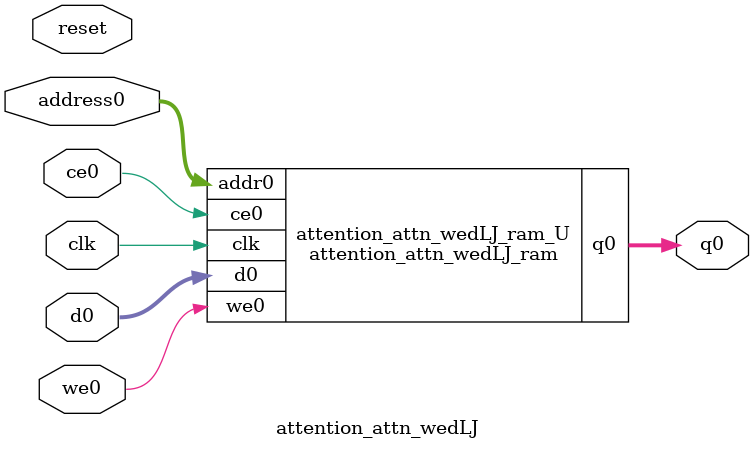
<source format=v>
`timescale 1 ns / 1 ps
module attention_attn_wedLJ_ram (addr0, ce0, d0, we0, q0,  clk);

parameter DWIDTH = 32;
parameter AWIDTH = 7;
parameter MEM_SIZE = 96;

input[AWIDTH-1:0] addr0;
input ce0;
input[DWIDTH-1:0] d0;
input we0;
output reg[DWIDTH-1:0] q0;
input clk;

(* ram_style = "block" *)reg [DWIDTH-1:0] ram[0:MEM_SIZE-1];




always @(posedge clk)  
begin 
    if (ce0) begin
        if (we0) 
            ram[addr0] <= d0; 
        q0 <= ram[addr0];
    end
end


endmodule

`timescale 1 ns / 1 ps
module attention_attn_wedLJ(
    reset,
    clk,
    address0,
    ce0,
    we0,
    d0,
    q0);

parameter DataWidth = 32'd32;
parameter AddressRange = 32'd96;
parameter AddressWidth = 32'd7;
input reset;
input clk;
input[AddressWidth - 1:0] address0;
input ce0;
input we0;
input[DataWidth - 1:0] d0;
output[DataWidth - 1:0] q0;



attention_attn_wedLJ_ram attention_attn_wedLJ_ram_U(
    .clk( clk ),
    .addr0( address0 ),
    .ce0( ce0 ),
    .we0( we0 ),
    .d0( d0 ),
    .q0( q0 ));

endmodule


</source>
